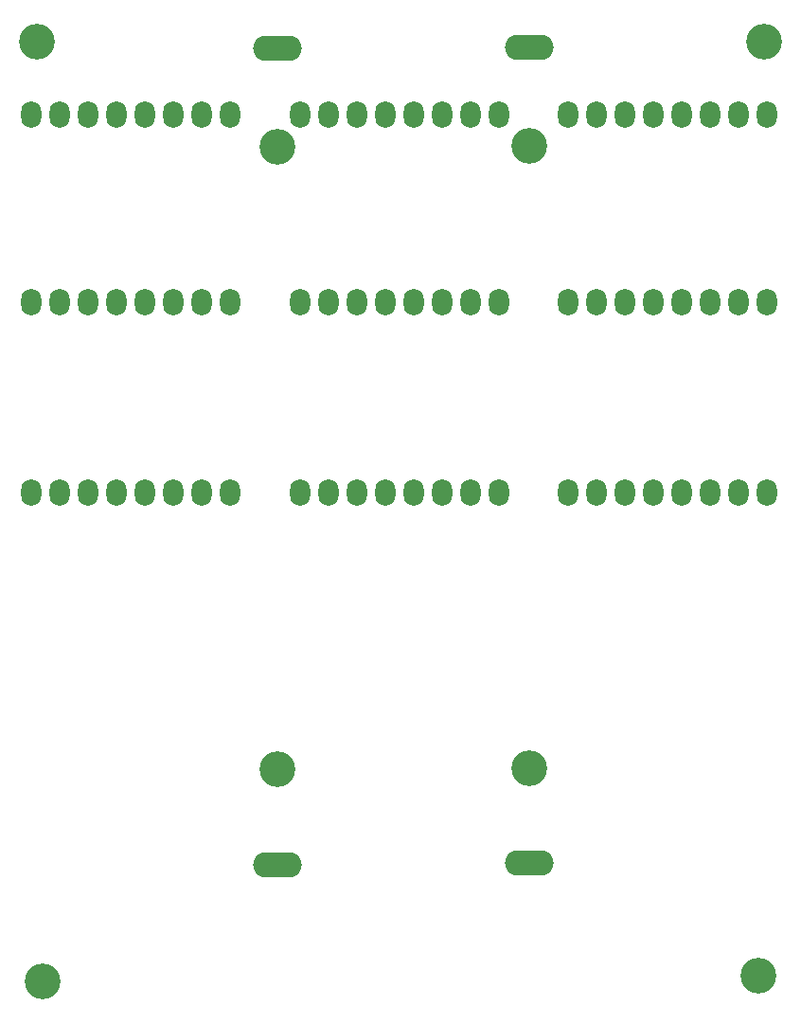
<source format=gbr>
%TF.GenerationSoftware,KiCad,Pcbnew,8.0.4*%
%TF.CreationDate,2024-08-28T17:55:56-04:00*%
%TF.ProjectId,imu-array,696d752d-6172-4726-9179-2e6b69636164,rev?*%
%TF.SameCoordinates,Original*%
%TF.FileFunction,Soldermask,Bot*%
%TF.FilePolarity,Negative*%
%FSLAX46Y46*%
G04 Gerber Fmt 4.6, Leading zero omitted, Abs format (unit mm)*
G04 Created by KiCad (PCBNEW 8.0.4) date 2024-08-28 17:55:56*
%MOMM*%
%LPD*%
G01*
G04 APERTURE LIST*
%ADD10C,3.200000*%
%ADD11O,4.344000X2.274000*%
%ADD12O,1.800000X2.400000*%
G04 APERTURE END LIST*
D10*
%TO.C,BT2*%
X173970000Y-42405000D03*
X173970000Y-98020000D03*
D11*
X173970000Y-33615000D03*
X173970000Y-106515000D03*
%TD*%
D10*
%TO.C,BT1*%
X196500000Y-42290000D03*
X196500000Y-97905000D03*
D11*
X196500000Y-33500000D03*
X196500000Y-106400000D03*
%TD*%
D10*
%TO.C,H4*%
X153000000Y-117000000D03*
%TD*%
%TO.C,H3*%
X217000000Y-116500000D03*
%TD*%
%TO.C,H2*%
X217500000Y-33000000D03*
%TD*%
%TO.C,H1*%
X152500000Y-33000000D03*
%TD*%
D12*
%TO.C,U9*%
X200000000Y-73250000D03*
X202540000Y-73250000D03*
X205080000Y-73250000D03*
X207620000Y-73250000D03*
X210160000Y-73250000D03*
X212700000Y-73250000D03*
X215240000Y-73250000D03*
X217780000Y-73250000D03*
%TD*%
%TO.C,U8*%
X176000000Y-73250000D03*
X178540000Y-73250000D03*
X181080000Y-73250000D03*
X183620000Y-73250000D03*
X186160000Y-73250000D03*
X188700000Y-73250000D03*
X191240000Y-73250000D03*
X193780000Y-73250000D03*
%TD*%
%TO.C,U7*%
X152000000Y-73250000D03*
X154540000Y-73250000D03*
X157080000Y-73250000D03*
X159620000Y-73250000D03*
X162160000Y-73250000D03*
X164700000Y-73250000D03*
X167240000Y-73250000D03*
X169780000Y-73250000D03*
%TD*%
%TO.C,U6*%
X200000000Y-56250000D03*
X202540000Y-56250000D03*
X205080000Y-56250000D03*
X207620000Y-56250000D03*
X210160000Y-56250000D03*
X212700000Y-56250000D03*
X215240000Y-56250000D03*
X217780000Y-56250000D03*
%TD*%
%TO.C,U5*%
X176000000Y-56250000D03*
X178540000Y-56250000D03*
X181080000Y-56250000D03*
X183620000Y-56250000D03*
X186160000Y-56250000D03*
X188700000Y-56250000D03*
X191240000Y-56250000D03*
X193780000Y-56250000D03*
%TD*%
%TO.C,U4*%
X151960000Y-56250000D03*
X154500000Y-56250000D03*
X157040000Y-56250000D03*
X159580000Y-56250000D03*
X162120000Y-56250000D03*
X164660000Y-56250000D03*
X167200000Y-56250000D03*
X169740000Y-56250000D03*
%TD*%
%TO.C,U3*%
X200000000Y-39500000D03*
X202540000Y-39500000D03*
X205080000Y-39500000D03*
X207620000Y-39500000D03*
X210160000Y-39500000D03*
X212700000Y-39500000D03*
X215240000Y-39500000D03*
X217780000Y-39500000D03*
%TD*%
%TO.C,U2*%
X176000000Y-39500000D03*
X178540000Y-39500000D03*
X181080000Y-39500000D03*
X183620000Y-39500000D03*
X186160000Y-39500000D03*
X188700000Y-39500000D03*
X191240000Y-39500000D03*
X193780000Y-39500000D03*
%TD*%
%TO.C,U1*%
X152000000Y-39500000D03*
X154540000Y-39500000D03*
X157080000Y-39500000D03*
X159620000Y-39500000D03*
X162160000Y-39500000D03*
X164700000Y-39500000D03*
X167240000Y-39500000D03*
X169780000Y-39500000D03*
%TD*%
M02*

</source>
